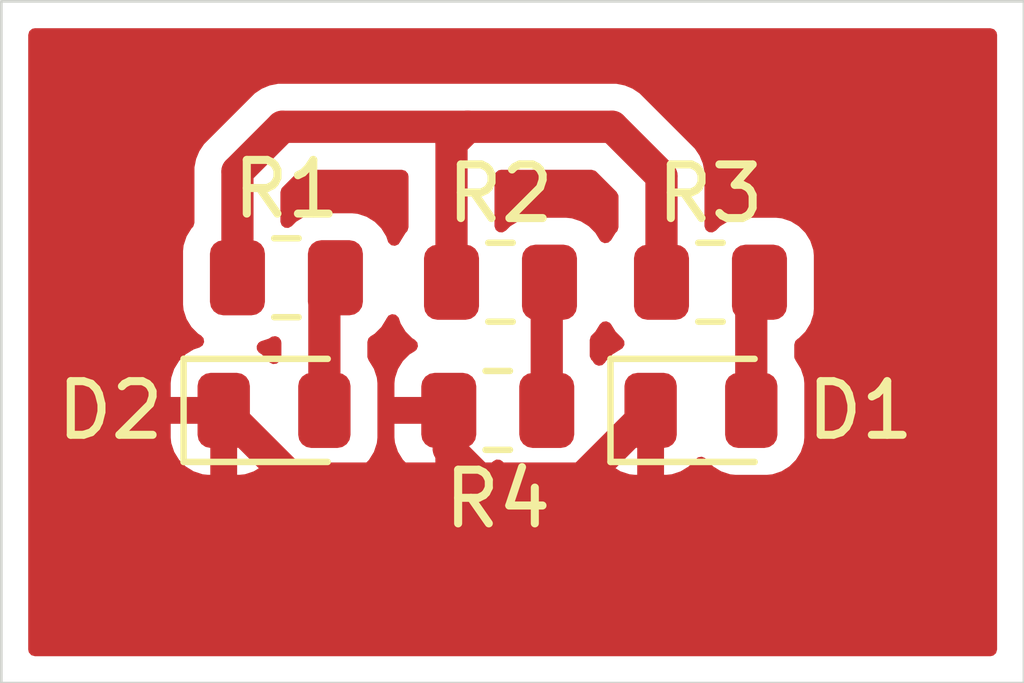
<source format=kicad_pcb>
(kicad_pcb (version 20241229) (generator "pcbnew") (generator_version "9.0")
  (layers (0 "F.Cu" signal) (2 "B.Cu" signal) (13 "F.Paste" user) (15 "B.Paste" user) (5 "F.SilkS" user "F.Silkscreen") (7 "B.SilkS" user "B.Silkscreen") (1 "F.Mask" user) (3 "B.Mask" user) (25 "Edge.Cuts" user))
  (net 0 "")
  (net 1 "GND")
  (net 2 "VCC")
  (net 3 "Net-(D1-A)")
  (net 4 "Net-(D2-A)")
  (net 5 "Net-(R2-Pad2)")
  (footprint "Resistor_SMD:R_0805_2012Metric" (layer "F.Cu") (at 110.8983 78.8924)
    (property "Reference" "R2" (at 0 -1.65 0) (layer "F.SilkS"))
    (property "Value" "R" (hide yes))
    (fp_line (start -0.227064 -0.735) (end 0.227064 -0.735) (stroke (width 0.12)) (layer "F.SilkS"))
    (fp_line (start -0.227064 0.735) (end 0.227064 0.735) (stroke (width 0.12)) (layer "F.SilkS"))
    (pad "1" smd roundrect (at -0.9125 0) (size 1.025 1.4) (layers "F.Cu" "F.Mask" "F.Paste") (roundrect_rratio 0.243902) (net 2 "VCC"))
    (pad "2" smd roundrect (at 0.9125 0) (size 1.025 1.4) (layers "F.Cu" "F.Mask" "F.Paste") (roundrect_rratio 0.243902) (net 5 "Net-(R2-Pad2)"))
  )
  (footprint "LED_SMD:LED_0805_2012Metric" (layer "F.Cu") (at 114.6325 81.28)
    (property "Reference" "D1" (at 2.9695 0 0) (layer "F.SilkS"))
    (property "Value" "LED")
    (fp_line (start -1.685 -0.96) (end -1.685 0.96) (stroke (width 0.12)) (layer "F.SilkS"))
    (fp_line (start -1.685 0.96) (end 1 0.96) (stroke (width 0.12)) (layer "F.SilkS"))
    (fp_line (start 1 -0.96) (end -1.685 -0.96) (stroke (width 0.12)) (layer "F.SilkS"))
    (pad "1" smd roundrect (at -0.9375 0) (size 0.975 1.4) (layers "F.Cu" "F.Mask" "F.Paste") (net 1 "GND"))
    (pad "2" smd roundrect (at 0.9375 0) (size 0.975 1.4) (layers "F.Cu" "F.Mask" "F.Paste") (net 3 "Net-(D1-A)"))
  )
  (footprint "Resistor_SMD:R_0805_2012Metric" (layer "F.Cu") (at 114.8099 78.8924)
    (property "Reference" "R3" (at 0 -1.65 0) (layer "F.SilkS"))
    (property "Value" "R" (hide yes))
    (fp_line (start -0.227064 -0.735) (end 0.227064 -0.735) (stroke (width 0.12)) (layer "F.SilkS"))
    (fp_line (start -0.227064 0.735) (end 0.227064 0.735) (stroke (width 0.12)) (layer "F.SilkS"))
    (pad "1" smd roundrect (at -0.9125 0) (size 1.025 1.4) (layers "F.Cu" "F.Mask" "F.Paste") (roundrect_rratio 0.243902) (net 2 "VCC"))
    (pad "2" smd roundrect (at 0.9125 0) (size 1.025 1.4) (layers "F.Cu" "F.Mask" "F.Paste") (roundrect_rratio 0.243902) (net 3 "Net-(D1-A)"))
  )
  (footprint "Resistor_SMD:R_0805_2012Metric" (layer "F.Cu") (at 106.9105 78.809)
    (property "Reference" "R1" (at 0 -1.65 0) (layer "F.SilkS"))
    (property "Value" "R" (hide yes))
    (fp_line (start -0.227064 -0.735) (end 0.227064 -0.735) (stroke (width 0.12)) (layer "F.SilkS"))
    (fp_line (start -0.227064 0.735) (end 0.227064 0.735) (stroke (width 0.12)) (layer "F.SilkS"))
    (pad "1" smd roundrect (at -0.9125 0) (size 1.025 1.4) (layers "F.Cu" "F.Mask" "F.Paste") (roundrect_rratio 0.243902) (net 2 "VCC"))
    (pad "2" smd roundrect (at 0.9125 0) (size 1.025 1.4) (layers "F.Cu" "F.Mask" "F.Paste") (roundrect_rratio 0.243902) (net 4 "Net-(D2-A)"))
  )
  (footprint "LED_SMD:LED_0805_2012Metric" (layer "F.Cu") (at 106.68 81.28)
    (property "Reference" "D2" (at -3.048 0 0) (layer "F.SilkS"))
    (property "Value" "LED")
    (fp_line (start -1.685 -0.96) (end -1.685 0.96) (stroke (width 0.12)) (layer "F.SilkS"))
    (fp_line (start -1.685 0.96) (end 1 0.96) (stroke (width 0.12)) (layer "F.SilkS"))
    (fp_line (start 1 -0.96) (end -1.685 -0.96) (stroke (width 0.12)) (layer "F.SilkS"))
    (pad "1" smd roundrect (at -0.9375 0) (size 0.975 1.4) (layers "F.Cu" "F.Mask" "F.Paste") (net 1 "GND"))
    (pad "2" smd roundrect (at 0.9375 0) (size 0.975 1.4) (layers "F.Cu" "F.Mask" "F.Paste") (net 4 "Net-(D2-A)"))
  )
  (footprint "Resistor_SMD:R_0805_2012Metric" (layer "F.Cu") (at 110.8475 81.28 180)
    (property "Reference" "R4" (at 0 -1.65 0) (layer "F.SilkS"))
    (property "Value" "R")
    (fp_line (start -0.227064 0.735) (end 0.227064 0.735) (stroke (width 0.12)) (layer "F.SilkS"))
    (fp_line (start -0.227064 -0.735) (end 0.227064 -0.735) (stroke (width 0.12)) (layer "F.SilkS"))
    (pad "1" smd roundrect (at -0.9125 0 180) (size 1.025 1.4) (layers "F.Cu" "F.Mask" "F.Paste") (roundrect_rratio 0.243902) (net 5 "Net-(R2-Pad2)"))
    (pad "2" smd roundrect (at 0.9125 0 180) (size 1.025 1.4) (layers "F.Cu" "F.Mask" "F.Paste") (roundrect_rratio 0.243902) (net 1 "GND"))
  )
  (gr_rect (start 101.6 73.66) (end 120.65 86.36) (stroke (width 0.05)) (fill no) (layer "Edge.Cuts"))
  (segment (start 110.49 82.55) (end 107.0125 82.55) (width 0.6) (layer "F.Cu") (net 1))
  (segment (start 109.935 81.28) (end 109.935 81.995) (width 0.6) (layer "F.Cu") (net 1))
  (segment (start 113.695 81.28) (end 112.425 82.55) (width 0.6) (layer "F.Cu") (net 1))
  (segment (start 109.935 81.995) (end 110.49 82.55) (width 0.6) (layer "F.Cu") (net 1))
  (segment (start 112.425 82.55) (end 110.49 82.55) (width 0.6) (layer "F.Cu") (net 1))
  (segment (start 107.0125 82.55) (end 105.7425 81.28) (width 0.6) (layer "F.Cu") (net 1))
  (segment (start 110.2868 75.9968) (end 112.9792 75.9968) (width 0.6) (layer "F.Cu") (net 2))
  (segment (start 113.8974 76.915) (end 113.8974 78.8924) (width 0.6) (layer "F.Cu") (net 2))
  (segment (start 112.9792 75.9968) (end 113.8974 76.915) (width 0.6) (layer "F.Cu") (net 2))
  (segment (start 105.998 78.809) (end 105.998 76.8312) (width 0.6) (layer "F.Cu") (net 2))
  (segment (start 106.8324 75.9968) (end 110.2868 75.9968) (width 0.6) (layer "F.Cu") (net 2))
  (segment (start 109.9858 76.2978) (end 110.2868 75.9968) (width 0.6) (layer "F.Cu") (net 2))
  (segment (start 109.9858 78.8924) (end 109.9858 76.2978) (width 0.6) (layer "F.Cu") (net 2))
  (segment (start 105.998 76.8312) (end 106.8324 75.9968) (width 0.6) (layer "F.Cu") (net 2))
  (segment (start 115.57 79.0448) (end 115.7224 78.8924) (width 0.6) (layer "F.Cu") (net 3))
  (segment (start 115.57 81.28) (end 115.57 79.0448) (width 0.6) (layer "F.Cu") (net 3))
  (segment (start 107.6175 81.28) (end 107.6175 79.0145) (width 0.6) (layer "F.Cu") (net 4))
  (segment (start 107.6175 79.0145) (end 107.823 78.809) (width 0.6) (layer "F.Cu") (net 4))
  (segment (start 111.76 78.9432) (end 111.8108 78.8924) (width 0.6) (layer "F.Cu") (net 5))
  (segment (start 111.76 81.28) (end 111.76 78.9432) (width 0.6) (layer "F.Cu") (net 5))
  (zone (net 1) (net_name "GND") (layer "F.Cu") (connect_pads (clearance 0.5)) (min_thickness 0.25) (fill yes (thermal_gap 0.5) (thermal_bridge_width 0.5) (island_removal_mode 1) (island_area_min 10))
    (polygon (pts (xy 101.6 73.66) (xy 120.65 73.66) (xy 120.65 86.36) (xy 101.6 86.36)))
  )
)
</source>
